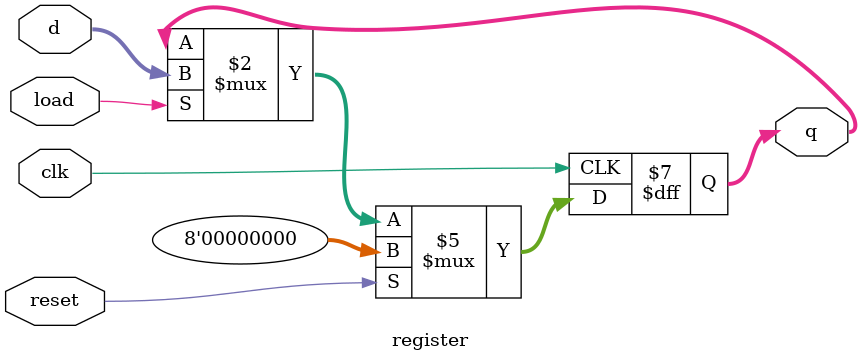
<source format=v>
module register(q, clk, d, reset, load);
input clk, reset, load; 
input [7:0] d;
output reg [7:0] q;

always @(posedge clk)
	if (reset) q <= 8'd0; 
	else if (load) q <= d;
endmodule

</source>
